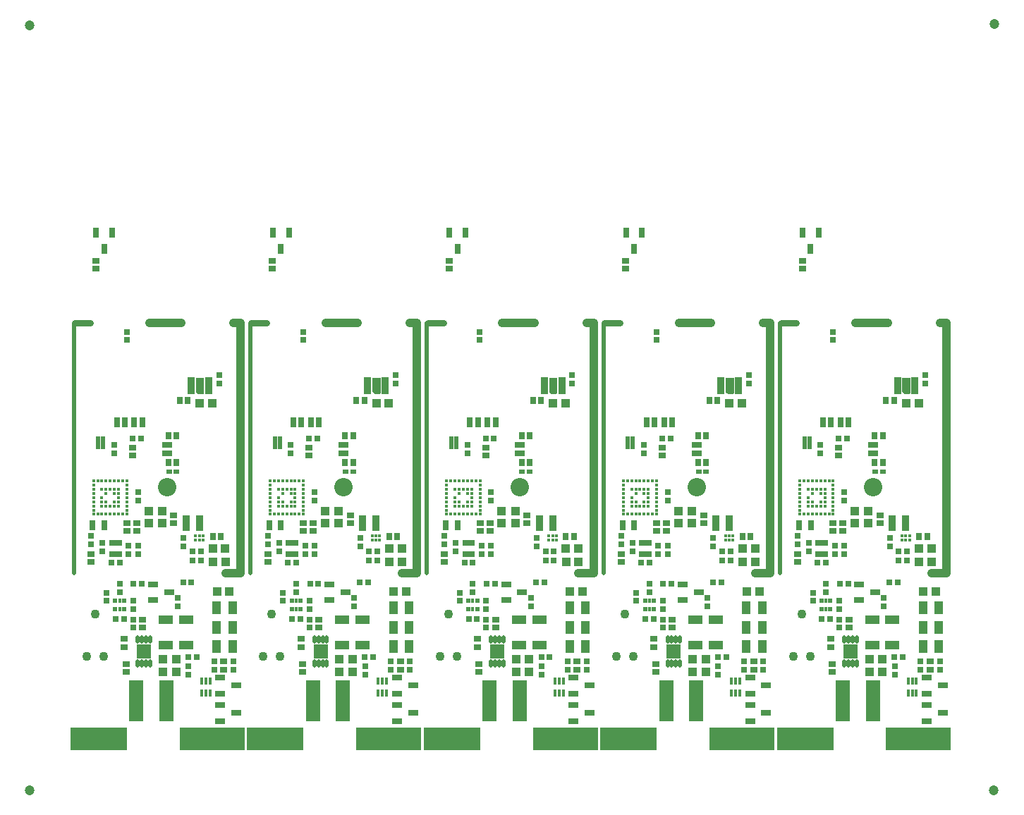
<source format=gbs>
G04*
G04 #@! TF.GenerationSoftware,Altium Limited,Altium Designer,19.1.7 (138)*
G04*
G04 Layer_Color=16711935*
%FSAX25Y25*%
%MOIN*%
G70*
G01*
G75*
%ADD10C,0.03937*%
%ADD11R,0.02362X0.01968*%
%ADD42C,0.01968*%
%ADD43C,0.02953*%
%ADD88R,0.03162X0.02769*%
%ADD89R,0.04540X0.02690*%
%ADD91R,0.03162X0.03320*%
%ADD92R,0.02769X0.03162*%
%ADD95R,0.03320X0.03162*%
%ADD97R,0.03950X0.03950*%
%ADD99R,0.03950X0.03950*%
%ADD101R,0.04737X0.03044*%
%ADD108R,0.01981X0.01981*%
%ADD118C,0.04737*%
%ADD119C,0.04343*%
%ADD121R,0.27072X0.10827*%
%ADD122R,0.31102X0.10827*%
%ADD123R,0.06706X0.07099*%
G04:AMPARAMS|DCode=124|XSize=17.84mil|YSize=41.47mil|CornerRadius=6.46mil|HoleSize=0mil|Usage=FLASHONLY|Rotation=360.000|XOffset=0mil|YOffset=0mil|HoleType=Round|Shape=RoundedRectangle|*
%AMROUNDEDRECTD124*
21,1,0.01784,0.02854,0,0,360.0*
21,1,0.00492,0.04147,0,0,360.0*
1,1,0.01292,0.00246,-0.01427*
1,1,0.01292,-0.00246,-0.01427*
1,1,0.01292,-0.00246,0.01427*
1,1,0.01292,0.00246,0.01427*
%
%ADD124ROUNDEDRECTD124*%
%ADD125R,0.06706X0.19304*%
%ADD126R,0.01772X0.03740*%
%ADD127R,0.07099X0.04343*%
%ADD128R,0.01575X0.01968*%
%ADD129R,0.03162X0.05131*%
%ADD130R,0.01981X0.02572*%
%ADD131R,0.02690X0.04540*%
%ADD132R,0.02769X0.02769*%
%ADD133R,0.03556X0.01981*%
%ADD134R,0.03044X0.04737*%
%ADD135R,0.03162X0.04737*%
%ADD136R,0.02769X0.02178*%
%ADD137C,0.01772*%
%ADD138R,0.03556X0.07493*%
%ADD139C,0.01575*%
%ADD140R,0.04343X0.05918*%
%ADD141C,0.08674*%
G36*
X0536159Y0315637D02*
X0536184Y0315635D01*
X0536211Y0315634D01*
X0536211Y0315633D01*
X0536211Y0315633D01*
X0536235Y0315629D01*
X0536262Y0315623D01*
X0536262Y0315623D01*
X0536262Y0315623D01*
X0536283Y0315616D01*
X0536312Y0315606D01*
X0536312Y0315606D01*
X0536312Y0315606D01*
X0536333Y0315596D01*
X0536359Y0315583D01*
X0536359Y0315583D01*
X0536359Y0315583D01*
X0536383Y0315567D01*
X0536403Y0315554D01*
X0536403Y0315554D01*
X0536403Y0315554D01*
X0536424Y0315535D01*
X0536442Y0315520D01*
X0536442Y0315519D01*
X0536442Y0315519D01*
X0536458Y0315501D01*
X0536477Y0315480D01*
X0536477Y0315480D01*
X0536477Y0315480D01*
X0536490Y0315460D01*
X0536506Y0315437D01*
X0536506Y0315437D01*
X0536506Y0315436D01*
X0536518Y0315411D01*
X0536529Y0315390D01*
X0536529Y0315389D01*
X0536529Y0315389D01*
X0536539Y0315361D01*
X0536546Y0315340D01*
X0536546Y0315340D01*
X0536546Y0315340D01*
X0536551Y0315313D01*
X0536556Y0315289D01*
X0536556Y0315288D01*
X0536556Y0315288D01*
X0536558Y0315262D01*
X0536559Y0315236D01*
X0536564Y0308386D01*
X0536564Y0308386D01*
X0536564Y0308386D01*
X0536563Y0308366D01*
X0536561Y0308334D01*
X0536561Y0308334D01*
Y0308334D01*
X0536556Y0308310D01*
X0536551Y0308283D01*
X0536551Y0308283D01*
X0536551Y0308282D01*
X0536542Y0308256D01*
X0536534Y0308233D01*
X0536534Y0308233D01*
X0536534Y0308233D01*
X0536526Y0308216D01*
X0536511Y0308186D01*
X0536511Y0308186D01*
X0536511Y0308186D01*
X0536500Y0308169D01*
X0536482Y0308142D01*
X0536482Y0308142D01*
X0536482Y0308142D01*
X0536466Y0308125D01*
X0536447Y0308103D01*
X0536447Y0308103D01*
X0536447Y0308103D01*
X0536425Y0308084D01*
X0536408Y0308068D01*
X0536408Y0308068D01*
X0536408Y0308068D01*
X0536381Y0308050D01*
X0536364Y0308039D01*
X0536364Y0308039D01*
X0536364Y0308039D01*
X0536334Y0308024D01*
X0536317Y0308016D01*
X0536317Y0308016D01*
X0536317Y0308016D01*
X0536294Y0308008D01*
X0536268Y0307999D01*
X0536267Y0307999D01*
X0536267Y0307999D01*
X0536241Y0307994D01*
X0536216Y0307989D01*
X0536216D01*
X0536216Y0307989D01*
X0536184Y0307987D01*
X0536164Y0307985D01*
X0536164Y0307985D01*
X0536164Y0307985D01*
X0533679Y0307985D01*
X0533679Y0307985D01*
X0533679Y0307985D01*
X0533650Y0307987D01*
X0533627Y0307988D01*
X0533627Y0307988D01*
X0533626Y0307988D01*
X0533603Y0307993D01*
X0533575Y0307998D01*
X0533575Y0307998D01*
X0533575Y0307998D01*
X0533557Y0308004D01*
X0533526Y0308015D01*
X0533526Y0308015D01*
X0533525Y0308015D01*
X0533502Y0308027D01*
X0533479Y0308038D01*
X0533478Y0308038D01*
X0533478Y0308039D01*
X0533451Y0308057D01*
X0533435Y0308067D01*
X0533435Y0308068D01*
X0533435Y0308068D01*
X0533413Y0308087D01*
X0533396Y0308102D01*
X0533395Y0308102D01*
X0533395Y0308102D01*
X0532805Y0308694D01*
X0532790Y0308711D01*
X0532771Y0308733D01*
X0532770Y0308733D01*
X0532770Y0308733D01*
X0532757Y0308753D01*
X0532741Y0308776D01*
X0532741Y0308777D01*
X0532741Y0308777D01*
X0532730Y0308800D01*
X0532718Y0308823D01*
X0532718Y0308824D01*
X0532718Y0308824D01*
X0532712Y0308842D01*
X0532701Y0308873D01*
X0532701Y0308873D01*
X0532701Y0308874D01*
X0532698Y0308892D01*
X0532691Y0308925D01*
X0532691Y0308925D01*
X0532691Y0308925D01*
X0532690Y0308949D01*
X0532688Y0308977D01*
X0532688Y0315236D01*
Y0315236D01*
Y0315236D01*
X0532691Y0315288D01*
X0532697Y0315319D01*
X0532701Y0315340D01*
X0532701Y0315340D01*
X0532718Y0315390D01*
X0532741Y0315437D01*
X0532770Y0315480D01*
X0532803Y0315517D01*
X0532805Y0315520D01*
X0532805D01*
Y0315520D01*
X0532808Y0315522D01*
X0532844Y0315554D01*
X0532888Y0315583D01*
X0532935Y0315606D01*
X0532985Y0315623D01*
X0532985Y0315623D01*
X0533006Y0315628D01*
X0533036Y0315634D01*
X0533088Y0315637D01*
X0533088D01*
X0536159Y0315637D01*
D02*
G37*
G36*
X0452694D02*
X0452719Y0315635D01*
X0452746Y0315634D01*
X0452746Y0315633D01*
X0452746Y0315633D01*
X0452770Y0315629D01*
X0452798Y0315623D01*
X0452798Y0315623D01*
X0452798Y0315623D01*
X0452819Y0315616D01*
X0452847Y0315606D01*
X0452847Y0315606D01*
X0452847Y0315606D01*
X0452869Y0315596D01*
X0452894Y0315583D01*
X0452894Y0315583D01*
X0452894Y0315583D01*
X0452918Y0315567D01*
X0452938Y0315554D01*
X0452938Y0315554D01*
X0452938Y0315554D01*
X0452959Y0315535D01*
X0452977Y0315520D01*
X0452977Y0315519D01*
X0452978Y0315519D01*
X0452993Y0315501D01*
X0453012Y0315480D01*
X0453012Y0315480D01*
X0453012Y0315480D01*
X0453025Y0315460D01*
X0453041Y0315437D01*
X0453041Y0315437D01*
X0453041Y0315436D01*
X0453054Y0315411D01*
X0453064Y0315390D01*
X0453064Y0315389D01*
X0453064Y0315389D01*
X0453074Y0315361D01*
X0453081Y0315340D01*
X0453081Y0315340D01*
X0453081Y0315340D01*
X0453087Y0315313D01*
X0453091Y0315289D01*
X0453091Y0315288D01*
X0453091Y0315288D01*
X0453093Y0315262D01*
X0453095Y0315236D01*
X0453100Y0308386D01*
X0453100Y0308386D01*
X0453100Y0308386D01*
X0453098Y0308366D01*
X0453096Y0308334D01*
X0453096Y0308334D01*
Y0308334D01*
X0453091Y0308310D01*
X0453086Y0308283D01*
X0453086Y0308283D01*
X0453086Y0308282D01*
X0453077Y0308256D01*
X0453069Y0308233D01*
X0453069Y0308233D01*
X0453069Y0308233D01*
X0453061Y0308216D01*
X0453046Y0308186D01*
X0453046Y0308186D01*
X0453046Y0308186D01*
X0453035Y0308169D01*
X0453017Y0308142D01*
X0453017Y0308142D01*
X0453017Y0308142D01*
X0453002Y0308125D01*
X0452983Y0308103D01*
X0452982Y0308103D01*
X0452982Y0308103D01*
X0452961Y0308084D01*
X0452943Y0308068D01*
X0452943Y0308068D01*
X0452943Y0308068D01*
X0452916Y0308050D01*
X0452900Y0308039D01*
X0452900Y0308039D01*
X0452899Y0308039D01*
X0452870Y0308024D01*
X0452852Y0308016D01*
X0452852Y0308016D01*
X0452852Y0308016D01*
X0452829Y0308008D01*
X0452803Y0307999D01*
X0452803Y0307999D01*
X0452803Y0307999D01*
X0452777Y0307994D01*
X0452751Y0307989D01*
X0452751D01*
X0452751Y0307989D01*
X0452720Y0307987D01*
X0452699Y0307985D01*
X0452699Y0307985D01*
X0452699Y0307985D01*
X0450215Y0307985D01*
X0450214Y0307985D01*
X0450214Y0307985D01*
X0450185Y0307987D01*
X0450162Y0307988D01*
X0450162Y0307988D01*
X0450162Y0307988D01*
X0450138Y0307993D01*
X0450111Y0307998D01*
X0450111Y0307998D01*
X0450110Y0307998D01*
X0450093Y0308004D01*
X0450061Y0308015D01*
X0450061Y0308015D01*
X0450061Y0308015D01*
X0450037Y0308027D01*
X0450014Y0308038D01*
X0450014Y0308038D01*
X0450014Y0308039D01*
X0449987Y0308057D01*
X0449970Y0308067D01*
X0449970Y0308068D01*
X0449970Y0308068D01*
X0449948Y0308087D01*
X0449931Y0308102D01*
X0449931Y0308102D01*
X0449931Y0308102D01*
X0449340Y0308694D01*
X0449325Y0308711D01*
X0449306Y0308733D01*
X0449306Y0308733D01*
X0449306Y0308733D01*
X0449293Y0308753D01*
X0449277Y0308776D01*
X0449277Y0308777D01*
X0449277Y0308777D01*
X0449265Y0308800D01*
X0449254Y0308823D01*
X0449254Y0308824D01*
X0449254Y0308824D01*
X0449248Y0308842D01*
X0449237Y0308873D01*
X0449237Y0308873D01*
X0449237Y0308874D01*
X0449233Y0308892D01*
X0449227Y0308925D01*
X0449227Y0308925D01*
X0449227Y0308925D01*
X0449225Y0308949D01*
X0449223Y0308977D01*
X0449223Y0315236D01*
Y0315236D01*
Y0315236D01*
X0449227Y0315288D01*
X0449233Y0315319D01*
X0449237Y0315340D01*
X0449237Y0315340D01*
X0449254Y0315390D01*
X0449277Y0315437D01*
X0449306Y0315480D01*
X0449338Y0315517D01*
X0449340Y0315520D01*
X0449340D01*
Y0315520D01*
X0449343Y0315522D01*
X0449380Y0315554D01*
X0449424Y0315583D01*
X0449471Y0315606D01*
X0449520Y0315623D01*
X0449520Y0315623D01*
X0449541Y0315628D01*
X0449572Y0315634D01*
X0449624Y0315637D01*
X0449624D01*
X0452694Y0315637D01*
D02*
G37*
G36*
X0369230D02*
X0369255Y0315635D01*
X0369282Y0315634D01*
X0369282Y0315633D01*
X0369282Y0315633D01*
X0369306Y0315629D01*
X0369333Y0315623D01*
X0369333Y0315623D01*
X0369333Y0315623D01*
X0369354Y0315616D01*
X0369383Y0315606D01*
X0369383Y0315606D01*
X0369383Y0315606D01*
X0369404Y0315596D01*
X0369430Y0315583D01*
X0369430Y0315583D01*
X0369430Y0315583D01*
X0369454Y0315567D01*
X0369473Y0315554D01*
X0369473Y0315554D01*
X0369474Y0315554D01*
X0369495Y0315535D01*
X0369513Y0315520D01*
X0369513Y0315519D01*
X0369513Y0315519D01*
X0369529Y0315501D01*
X0369547Y0315480D01*
X0369548Y0315480D01*
X0369548Y0315480D01*
X0369561Y0315460D01*
X0369577Y0315437D01*
X0369577Y0315437D01*
X0369577Y0315436D01*
X0369589Y0315411D01*
X0369600Y0315390D01*
X0369600Y0315389D01*
X0369600Y0315389D01*
X0369609Y0315361D01*
X0369617Y0315340D01*
X0369617Y0315340D01*
X0369617Y0315340D01*
X0369622Y0315313D01*
X0369627Y0315289D01*
X0369627Y0315288D01*
X0369627Y0315288D01*
X0369629Y0315262D01*
X0369630Y0315236D01*
X0369635Y0308386D01*
X0369635Y0308386D01*
X0369635Y0308386D01*
X0369634Y0308366D01*
X0369632Y0308334D01*
X0369632Y0308334D01*
Y0308334D01*
X0369627Y0308310D01*
X0369622Y0308283D01*
X0369621Y0308283D01*
X0369621Y0308282D01*
X0369613Y0308256D01*
X0369605Y0308233D01*
X0369605Y0308233D01*
X0369605Y0308233D01*
X0369597Y0308216D01*
X0369582Y0308186D01*
X0369582Y0308186D01*
X0369582Y0308186D01*
X0369570Y0308169D01*
X0369552Y0308142D01*
X0369552Y0308142D01*
X0369552Y0308142D01*
X0369537Y0308125D01*
X0369518Y0308103D01*
X0369518Y0308103D01*
X0369518Y0308103D01*
X0369496Y0308084D01*
X0369479Y0308068D01*
X0369479Y0308068D01*
X0369478Y0308068D01*
X0369452Y0308050D01*
X0369435Y0308039D01*
X0369435Y0308039D01*
X0369435Y0308039D01*
X0369405Y0308024D01*
X0369388Y0308016D01*
X0369388Y0308016D01*
X0369388Y0308016D01*
X0369365Y0308008D01*
X0369338Y0307999D01*
X0369338Y0307999D01*
X0369338Y0307999D01*
X0369312Y0307994D01*
X0369287Y0307989D01*
X0369287D01*
X0369287Y0307989D01*
X0369255Y0307987D01*
X0369235Y0307985D01*
X0369234Y0307985D01*
X0369234Y0307985D01*
X0366750Y0307985D01*
X0366750Y0307985D01*
X0366750Y0307985D01*
X0366721Y0307987D01*
X0366698Y0307988D01*
X0366698Y0307988D01*
X0366697Y0307988D01*
X0366673Y0307993D01*
X0366646Y0307998D01*
X0366646Y0307998D01*
X0366646Y0307998D01*
X0366628Y0308004D01*
X0366597Y0308015D01*
X0366596Y0308015D01*
X0366596Y0308015D01*
X0366573Y0308027D01*
X0366550Y0308038D01*
X0366549Y0308038D01*
X0366549Y0308039D01*
X0366522Y0308057D01*
X0366506Y0308067D01*
X0366506Y0308068D01*
X0366506Y0308068D01*
X0366483Y0308087D01*
X0366466Y0308102D01*
X0366466Y0308102D01*
X0366466Y0308102D01*
X0365876Y0308694D01*
X0365861Y0308711D01*
X0365842Y0308733D01*
X0365841Y0308733D01*
X0365841Y0308733D01*
X0365828Y0308753D01*
X0365812Y0308776D01*
X0365812Y0308777D01*
X0365812Y0308777D01*
X0365801Y0308800D01*
X0365789Y0308823D01*
X0365789Y0308824D01*
X0365789Y0308824D01*
X0365783Y0308842D01*
X0365772Y0308873D01*
X0365772Y0308873D01*
X0365772Y0308874D01*
X0365769Y0308892D01*
X0365762Y0308925D01*
X0365762Y0308925D01*
X0365762Y0308925D01*
X0365760Y0308949D01*
X0365759Y0308977D01*
X0365758Y0315236D01*
Y0315236D01*
Y0315236D01*
X0365762Y0315288D01*
X0365768Y0315319D01*
X0365772Y0315340D01*
X0365772Y0315340D01*
X0365789Y0315390D01*
X0365812Y0315437D01*
X0365841Y0315480D01*
X0365874Y0315517D01*
X0365876Y0315520D01*
X0365876D01*
Y0315520D01*
X0365879Y0315522D01*
X0365915Y0315554D01*
X0365959Y0315583D01*
X0366006Y0315606D01*
X0366056Y0315623D01*
X0366056Y0315623D01*
X0366076Y0315628D01*
X0366107Y0315634D01*
X0366159Y0315637D01*
X0366159D01*
X0369230Y0315637D01*
D02*
G37*
G36*
X0285765D02*
X0285790Y0315635D01*
X0285817Y0315634D01*
X0285817Y0315633D01*
X0285817Y0315633D01*
X0285841Y0315629D01*
X0285868Y0315623D01*
X0285869Y0315623D01*
X0285869Y0315623D01*
X0285890Y0315616D01*
X0285918Y0315606D01*
X0285918Y0315606D01*
X0285918Y0315606D01*
X0285940Y0315596D01*
X0285965Y0315583D01*
X0285965Y0315583D01*
X0285965Y0315583D01*
X0285989Y0315567D01*
X0286009Y0315554D01*
X0286009Y0315554D01*
X0286009Y0315554D01*
X0286030Y0315535D01*
X0286048Y0315520D01*
X0286048Y0315519D01*
X0286048Y0315519D01*
X0286064Y0315501D01*
X0286083Y0315480D01*
X0286083Y0315480D01*
X0286083Y0315480D01*
X0286096Y0315460D01*
X0286112Y0315437D01*
X0286112Y0315437D01*
X0286112Y0315436D01*
X0286125Y0315411D01*
X0286135Y0315390D01*
X0286135Y0315389D01*
X0286135Y0315389D01*
X0286145Y0315361D01*
X0286152Y0315340D01*
X0286152Y0315340D01*
X0286152Y0315340D01*
X0286157Y0315313D01*
X0286162Y0315289D01*
X0286162Y0315288D01*
X0286162Y0315288D01*
X0286164Y0315262D01*
X0286166Y0315236D01*
X0286171Y0308386D01*
X0286171Y0308386D01*
X0286171Y0308386D01*
X0286169Y0308366D01*
X0286167Y0308334D01*
X0286167Y0308334D01*
Y0308334D01*
X0286162Y0308310D01*
X0286157Y0308283D01*
X0286157Y0308283D01*
X0286157Y0308282D01*
X0286148Y0308256D01*
X0286140Y0308233D01*
X0286140Y0308233D01*
X0286140Y0308233D01*
X0286132Y0308216D01*
X0286117Y0308186D01*
X0286117Y0308186D01*
X0286117Y0308186D01*
X0286106Y0308169D01*
X0286088Y0308142D01*
X0286088Y0308142D01*
X0286088Y0308142D01*
X0286073Y0308125D01*
X0286053Y0308103D01*
X0286053Y0308103D01*
X0286053Y0308103D01*
X0286032Y0308084D01*
X0286014Y0308068D01*
X0286014Y0308068D01*
X0286014Y0308068D01*
X0285987Y0308050D01*
X0285970Y0308039D01*
X0285970Y0308039D01*
X0285970Y0308039D01*
X0285940Y0308024D01*
X0285923Y0308016D01*
X0285923Y0308016D01*
X0285923Y0308016D01*
X0285900Y0308008D01*
X0285874Y0307999D01*
X0285874Y0307999D01*
X0285874Y0307999D01*
X0285847Y0307994D01*
X0285822Y0307989D01*
X0285822D01*
X0285822Y0307989D01*
X0285791Y0307987D01*
X0285770Y0307985D01*
X0285770Y0307985D01*
X0285770Y0307985D01*
X0283285Y0307985D01*
X0283285Y0307985D01*
X0283285Y0307985D01*
X0283256Y0307987D01*
X0283233Y0307988D01*
X0283233Y0307988D01*
X0283233Y0307988D01*
X0283209Y0307993D01*
X0283182Y0307998D01*
X0283181Y0307998D01*
X0283181Y0307998D01*
X0283164Y0308004D01*
X0283132Y0308015D01*
X0283132Y0308015D01*
X0283132Y0308015D01*
X0283108Y0308027D01*
X0283085Y0308038D01*
X0283085Y0308038D01*
X0283085Y0308039D01*
X0283058Y0308057D01*
X0283041Y0308067D01*
X0283041Y0308068D01*
X0283041Y0308068D01*
X0283019Y0308087D01*
X0283002Y0308102D01*
X0283002Y0308102D01*
X0283002Y0308102D01*
X0282411Y0308694D01*
X0282396Y0308711D01*
X0282377Y0308733D01*
X0282377Y0308733D01*
X0282377Y0308733D01*
X0282364Y0308753D01*
X0282348Y0308776D01*
X0282348Y0308777D01*
X0282348Y0308777D01*
X0282336Y0308800D01*
X0282325Y0308823D01*
X0282325Y0308824D01*
X0282324Y0308824D01*
X0282318Y0308842D01*
X0282308Y0308873D01*
X0282308Y0308873D01*
X0282308Y0308874D01*
X0282304Y0308892D01*
X0282297Y0308925D01*
X0282297Y0308925D01*
X0282297Y0308925D01*
X0282296Y0308949D01*
X0282294Y0308977D01*
X0282294Y0315236D01*
Y0315236D01*
Y0315236D01*
X0282297Y0315288D01*
X0282304Y0315319D01*
X0282308Y0315340D01*
X0282308Y0315340D01*
X0282325Y0315390D01*
X0282348Y0315437D01*
X0282377Y0315480D01*
X0282409Y0315517D01*
X0282411Y0315520D01*
X0282411D01*
Y0315520D01*
X0282414Y0315522D01*
X0282451Y0315554D01*
X0282494Y0315583D01*
X0282541Y0315606D01*
X0282591Y0315623D01*
X0282591Y0315623D01*
X0282612Y0315628D01*
X0282643Y0315634D01*
X0282695Y0315637D01*
X0282695D01*
X0285765Y0315637D01*
D02*
G37*
G36*
X0202300D02*
X0202326Y0315635D01*
X0202352Y0315634D01*
X0202353Y0315633D01*
X0202353Y0315633D01*
X0202377Y0315629D01*
X0202404Y0315623D01*
X0202404Y0315623D01*
X0202404Y0315623D01*
X0202425Y0315616D01*
X0202453Y0315606D01*
X0202454Y0315606D01*
X0202454Y0315606D01*
X0202475Y0315596D01*
X0202501Y0315583D01*
X0202501Y0315583D01*
X0202501Y0315583D01*
X0202524Y0315567D01*
X0202544Y0315554D01*
X0202544Y0315554D01*
X0202544Y0315554D01*
X0202566Y0315535D01*
X0202584Y0315520D01*
X0202584Y0315519D01*
X0202584Y0315519D01*
X0202600Y0315501D01*
X0202618Y0315480D01*
X0202618Y0315480D01*
X0202618Y0315480D01*
X0202631Y0315460D01*
X0202647Y0315437D01*
X0202647Y0315437D01*
X0202647Y0315436D01*
X0202660Y0315411D01*
X0202671Y0315390D01*
X0202671Y0315389D01*
X0202671Y0315389D01*
X0202680Y0315361D01*
X0202688Y0315340D01*
X0202688Y0315340D01*
X0202688Y0315340D01*
X0202693Y0315313D01*
X0202698Y0315289D01*
X0202698Y0315288D01*
X0202698Y0315288D01*
X0202699Y0315262D01*
X0202701Y0315236D01*
X0202706Y0308386D01*
X0202706Y0308386D01*
X0202706Y0308386D01*
X0202705Y0308366D01*
X0202703Y0308334D01*
X0202703Y0308334D01*
Y0308334D01*
X0202698Y0308310D01*
X0202692Y0308283D01*
X0202692Y0308283D01*
X0202692Y0308282D01*
X0202683Y0308256D01*
X0202676Y0308233D01*
X0202676Y0308233D01*
X0202676Y0308233D01*
X0202667Y0308216D01*
X0202652Y0308186D01*
X0202652Y0308186D01*
X0202652Y0308186D01*
X0202641Y0308169D01*
X0202623Y0308142D01*
X0202623Y0308142D01*
X0202623Y0308142D01*
X0202608Y0308125D01*
X0202589Y0308103D01*
X0202589Y0308103D01*
X0202589Y0308103D01*
X0202567Y0308084D01*
X0202549Y0308068D01*
X0202549Y0308068D01*
X0202549Y0308068D01*
X0202523Y0308050D01*
X0202506Y0308039D01*
X0202506Y0308039D01*
X0202506Y0308039D01*
X0202476Y0308024D01*
X0202459Y0308016D01*
X0202459Y0308016D01*
X0202459Y0308016D01*
X0202435Y0308008D01*
X0202409Y0307999D01*
X0202409Y0307999D01*
X0202409Y0307999D01*
X0202383Y0307994D01*
X0202358Y0307989D01*
X0202358D01*
X0202358Y0307989D01*
X0202326Y0307987D01*
X0202305Y0307985D01*
X0202305Y0307985D01*
X0202305Y0307985D01*
X0199821Y0307985D01*
X0199821Y0307985D01*
X0199820Y0307985D01*
X0199792Y0307987D01*
X0199769Y0307988D01*
X0199768Y0307988D01*
X0199768Y0307988D01*
X0199744Y0307993D01*
X0199717Y0307998D01*
X0199717Y0307998D01*
X0199717Y0307998D01*
X0199699Y0308004D01*
X0199668Y0308015D01*
X0199667Y0308015D01*
X0199667Y0308015D01*
X0199644Y0308027D01*
X0199620Y0308038D01*
X0199620Y0308038D01*
X0199620Y0308039D01*
X0199593Y0308057D01*
X0199577Y0308067D01*
X0199577Y0308068D01*
X0199576Y0308068D01*
X0199554Y0308087D01*
X0199537Y0308102D01*
X0199537Y0308102D01*
X0199537Y0308102D01*
X0198947Y0308694D01*
X0198932Y0308711D01*
X0198912Y0308733D01*
X0198912Y0308733D01*
X0198912Y0308733D01*
X0198899Y0308753D01*
X0198883Y0308776D01*
X0198883Y0308777D01*
X0198883Y0308777D01*
X0198872Y0308800D01*
X0198860Y0308823D01*
X0198860Y0308824D01*
X0198860Y0308824D01*
X0198854Y0308842D01*
X0198843Y0308873D01*
X0198843Y0308873D01*
X0198843Y0308874D01*
X0198839Y0308892D01*
X0198833Y0308925D01*
X0198833Y0308925D01*
X0198833Y0308925D01*
X0198831Y0308949D01*
X0198829Y0308977D01*
X0198829Y0315236D01*
Y0315236D01*
Y0315236D01*
X0198833Y0315288D01*
X0198839Y0315319D01*
X0198843Y0315340D01*
X0198843Y0315340D01*
X0198860Y0315390D01*
X0198883Y0315437D01*
X0198912Y0315480D01*
X0198944Y0315517D01*
X0198947Y0315520D01*
X0198947D01*
Y0315520D01*
X0198950Y0315522D01*
X0198986Y0315554D01*
X0199030Y0315583D01*
X0199077Y0315606D01*
X0199127Y0315623D01*
X0199127Y0315623D01*
X0199147Y0315628D01*
X0199178Y0315634D01*
X0199230Y0315637D01*
X0199230D01*
X0202300Y0315637D01*
D02*
G37*
D10*
X0212759Y0223307D02*
X0219803D01*
X0216575Y0341378D02*
X0219803D01*
Y0223307D02*
Y0341378D01*
X0176772Y0341417D02*
X0191911Y0341417D01*
X0296223Y0223307D02*
X0303268D01*
X0300039Y0341378D02*
X0303268D01*
Y0223307D02*
Y0341378D01*
X0260236Y0341417D02*
X0275376Y0341417D01*
X0379688Y0223307D02*
X0386732D01*
X0383504Y0341378D02*
X0386732D01*
Y0223307D02*
Y0341378D01*
X0343701Y0341417D02*
X0358840Y0341417D01*
X0463153Y0223307D02*
X0470197D01*
X0466969Y0341378D02*
X0470197D01*
Y0223307D02*
Y0341378D01*
X0427165Y0341417D02*
X0442305Y0341417D01*
X0546617Y0223307D02*
X0553661D01*
X0550433Y0341378D02*
X0553661D01*
Y0223307D02*
Y0341378D01*
X0510630Y0341417D02*
X0525770Y0341417D01*
D11*
X0164842Y0210079D02*
D03*
X0160669D02*
D03*
X0164842Y0206142D02*
D03*
X0160669D02*
D03*
X0248307Y0210079D02*
D03*
X0244134D02*
D03*
X0248307Y0206142D02*
D03*
X0244134D02*
D03*
X0331772Y0210079D02*
D03*
X0327598D02*
D03*
X0331772Y0206142D02*
D03*
X0327598D02*
D03*
X0415236Y0210079D02*
D03*
X0411063D02*
D03*
X0415236Y0206142D02*
D03*
X0411063D02*
D03*
X0498701Y0210079D02*
D03*
X0494528D02*
D03*
X0498701Y0206142D02*
D03*
X0494528D02*
D03*
D42*
X0141063Y0223307D02*
Y0341378D01*
X0224528Y0223307D02*
Y0341378D01*
X0307992Y0223307D02*
Y0341378D01*
X0391457Y0223307D02*
Y0341378D01*
X0474921Y0223307D02*
Y0341378D01*
D43*
X0141575D02*
X0148819D01*
X0225039D02*
X0232284D01*
X0308504D02*
X0315748D01*
X0391968D02*
X0399213D01*
X0475433D02*
X0482677D01*
D88*
X0216535Y0177559D02*
D03*
Y0181496D02*
D03*
X0195276Y0179134D02*
D03*
Y0175197D02*
D03*
X0190158Y0211417D02*
D03*
Y0207480D02*
D03*
X0207480Y0177559D02*
D03*
Y0181496D02*
D03*
X0209742Y0312795D02*
D03*
Y0316732D02*
D03*
X0169095Y0210079D02*
D03*
Y0206142D02*
D03*
Y0201339D02*
D03*
Y0197402D02*
D03*
X0156575Y0213976D02*
D03*
Y0210039D02*
D03*
X0149370Y0240906D02*
D03*
Y0236969D02*
D03*
X0154724Y0237500D02*
D03*
Y0233563D02*
D03*
X0162795Y0214094D02*
D03*
Y0218032D02*
D03*
X0166969Y0232146D02*
D03*
Y0236083D02*
D03*
X0171417Y0232126D02*
D03*
Y0236063D02*
D03*
X0166102Y0333386D02*
D03*
Y0337323D02*
D03*
X0160197Y0283858D02*
D03*
Y0279921D02*
D03*
X0171457Y0257598D02*
D03*
Y0261536D02*
D03*
X0192953Y0235906D02*
D03*
Y0239843D02*
D03*
X0300000Y0177559D02*
D03*
Y0181496D02*
D03*
X0278740Y0179134D02*
D03*
Y0175197D02*
D03*
X0273622Y0211417D02*
D03*
Y0207480D02*
D03*
X0290945Y0177559D02*
D03*
Y0181496D02*
D03*
X0293207Y0312795D02*
D03*
Y0316732D02*
D03*
X0252559Y0210079D02*
D03*
Y0206142D02*
D03*
Y0201339D02*
D03*
Y0197402D02*
D03*
X0240039Y0213976D02*
D03*
Y0210039D02*
D03*
X0232835Y0240906D02*
D03*
Y0236969D02*
D03*
X0238189Y0237500D02*
D03*
Y0233563D02*
D03*
X0246260Y0214094D02*
D03*
Y0218032D02*
D03*
X0250433Y0232146D02*
D03*
Y0236083D02*
D03*
X0254882Y0232126D02*
D03*
Y0236063D02*
D03*
X0249567Y0333386D02*
D03*
Y0337323D02*
D03*
X0243661Y0283858D02*
D03*
Y0279921D02*
D03*
X0254921Y0257598D02*
D03*
Y0261536D02*
D03*
X0276417Y0235906D02*
D03*
Y0239843D02*
D03*
X0383465Y0177559D02*
D03*
Y0181496D02*
D03*
X0362205Y0179134D02*
D03*
Y0175197D02*
D03*
X0357087Y0211417D02*
D03*
Y0207480D02*
D03*
X0374410Y0177559D02*
D03*
Y0181496D02*
D03*
X0376671Y0312795D02*
D03*
Y0316732D02*
D03*
X0336024Y0210079D02*
D03*
Y0206142D02*
D03*
Y0201339D02*
D03*
Y0197402D02*
D03*
X0323504Y0213976D02*
D03*
Y0210039D02*
D03*
X0316299Y0240906D02*
D03*
Y0236969D02*
D03*
X0321654Y0237500D02*
D03*
Y0233563D02*
D03*
X0329724Y0214094D02*
D03*
Y0218032D02*
D03*
X0333898Y0232146D02*
D03*
Y0236083D02*
D03*
X0338346Y0232126D02*
D03*
Y0236063D02*
D03*
X0333032Y0333386D02*
D03*
Y0337323D02*
D03*
X0327126Y0283858D02*
D03*
Y0279921D02*
D03*
X0338386Y0257598D02*
D03*
Y0261536D02*
D03*
X0359882Y0235906D02*
D03*
Y0239843D02*
D03*
X0466929Y0177559D02*
D03*
Y0181496D02*
D03*
X0445669Y0179134D02*
D03*
Y0175197D02*
D03*
X0440551Y0211417D02*
D03*
Y0207480D02*
D03*
X0457874Y0177559D02*
D03*
Y0181496D02*
D03*
X0460136Y0312795D02*
D03*
Y0316732D02*
D03*
X0419488Y0210079D02*
D03*
Y0206142D02*
D03*
Y0201339D02*
D03*
Y0197402D02*
D03*
X0406968Y0213976D02*
D03*
Y0210039D02*
D03*
X0399764Y0240906D02*
D03*
Y0236969D02*
D03*
X0405118Y0237500D02*
D03*
Y0233563D02*
D03*
X0413189Y0214094D02*
D03*
Y0218032D02*
D03*
X0417362Y0232146D02*
D03*
Y0236083D02*
D03*
X0421811Y0232126D02*
D03*
Y0236063D02*
D03*
X0416496Y0333386D02*
D03*
Y0337323D02*
D03*
X0410591Y0283858D02*
D03*
Y0279921D02*
D03*
X0421850Y0257598D02*
D03*
Y0261536D02*
D03*
X0443347Y0235906D02*
D03*
Y0239843D02*
D03*
X0550394Y0177559D02*
D03*
Y0181496D02*
D03*
X0529134Y0179134D02*
D03*
Y0175197D02*
D03*
X0524016Y0211417D02*
D03*
Y0207480D02*
D03*
X0541339Y0177559D02*
D03*
Y0181496D02*
D03*
X0543600Y0312795D02*
D03*
Y0316732D02*
D03*
X0502953Y0210079D02*
D03*
Y0206142D02*
D03*
Y0201339D02*
D03*
Y0197402D02*
D03*
X0490433Y0213976D02*
D03*
Y0210039D02*
D03*
X0483228Y0240906D02*
D03*
Y0236969D02*
D03*
X0488583Y0237500D02*
D03*
Y0233563D02*
D03*
X0496654Y0214094D02*
D03*
Y0218032D02*
D03*
X0500827Y0232146D02*
D03*
Y0236083D02*
D03*
X0505276Y0232126D02*
D03*
Y0236063D02*
D03*
X0499961Y0333386D02*
D03*
Y0337323D02*
D03*
X0494055Y0283858D02*
D03*
Y0279921D02*
D03*
X0505315Y0257598D02*
D03*
Y0261536D02*
D03*
X0526811Y0235906D02*
D03*
Y0239843D02*
D03*
D89*
X0210354Y0153268D02*
D03*
Y0160906D02*
D03*
X0217992Y0157087D02*
D03*
X0210354Y0166260D02*
D03*
Y0173898D02*
D03*
X0217992Y0170079D02*
D03*
X0178465Y0210354D02*
D03*
Y0217992D02*
D03*
X0186102Y0214173D02*
D03*
X0293819Y0153268D02*
D03*
Y0160906D02*
D03*
X0301457Y0157087D02*
D03*
X0293819Y0166260D02*
D03*
Y0173898D02*
D03*
X0301457Y0170079D02*
D03*
X0261929Y0210354D02*
D03*
Y0217992D02*
D03*
X0269567Y0214173D02*
D03*
X0377284Y0153268D02*
D03*
Y0160906D02*
D03*
X0384921Y0157087D02*
D03*
X0377284Y0166260D02*
D03*
Y0173898D02*
D03*
X0384921Y0170079D02*
D03*
X0345394Y0210354D02*
D03*
Y0217992D02*
D03*
X0353032Y0214173D02*
D03*
X0460748Y0153268D02*
D03*
Y0160906D02*
D03*
X0468386Y0157087D02*
D03*
X0460748Y0166260D02*
D03*
Y0173898D02*
D03*
X0468386Y0170079D02*
D03*
X0428858Y0210354D02*
D03*
Y0217992D02*
D03*
X0436496Y0214173D02*
D03*
X0544213Y0153268D02*
D03*
Y0160906D02*
D03*
X0551851Y0157087D02*
D03*
X0544213Y0166260D02*
D03*
Y0173898D02*
D03*
X0551851Y0170079D02*
D03*
X0512323Y0210354D02*
D03*
Y0217992D02*
D03*
X0519961Y0214173D02*
D03*
D91*
X0194978Y0304724D02*
D03*
X0191199D02*
D03*
X0189646Y0288110D02*
D03*
X0185866D02*
D03*
X0189646Y0275551D02*
D03*
X0185866D02*
D03*
X0210551Y0240591D02*
D03*
X0206772D02*
D03*
X0278443Y0304724D02*
D03*
X0274663D02*
D03*
X0273110Y0288110D02*
D03*
X0269331D02*
D03*
X0273110Y0275551D02*
D03*
X0269331D02*
D03*
X0294016Y0240591D02*
D03*
X0290236D02*
D03*
X0361908Y0304724D02*
D03*
X0358128D02*
D03*
X0356575Y0288110D02*
D03*
X0352795D02*
D03*
X0356575Y0275551D02*
D03*
X0352795D02*
D03*
X0377480Y0240591D02*
D03*
X0373701D02*
D03*
X0445372Y0304724D02*
D03*
X0441593D02*
D03*
X0440039Y0288110D02*
D03*
X0436260D02*
D03*
X0440039Y0275551D02*
D03*
X0436260D02*
D03*
X0460945Y0240591D02*
D03*
X0457165D02*
D03*
X0528837Y0304724D02*
D03*
X0525057D02*
D03*
X0523504Y0288110D02*
D03*
X0519724D02*
D03*
X0523504Y0275551D02*
D03*
X0519724D02*
D03*
X0544409Y0240591D02*
D03*
X0540630D02*
D03*
D92*
X0199114Y0183421D02*
D03*
X0195177D02*
D03*
X0196693Y0218977D02*
D03*
X0192756D02*
D03*
X0173228Y0218110D02*
D03*
X0169291D02*
D03*
X0164764Y0201457D02*
D03*
X0160827D02*
D03*
X0162756Y0228268D02*
D03*
X0158819D02*
D03*
X0172795Y0287008D02*
D03*
X0168858D02*
D03*
X0201102Y0233465D02*
D03*
X0197165D02*
D03*
X0201102Y0229134D02*
D03*
X0197165D02*
D03*
X0282579Y0183421D02*
D03*
X0278642D02*
D03*
X0280158Y0218977D02*
D03*
X0276221D02*
D03*
X0256693Y0218110D02*
D03*
X0252756D02*
D03*
X0248228Y0201457D02*
D03*
X0244291D02*
D03*
X0246220Y0228268D02*
D03*
X0242283D02*
D03*
X0256260Y0287008D02*
D03*
X0252323D02*
D03*
X0284567Y0233465D02*
D03*
X0280630D02*
D03*
X0284567Y0229134D02*
D03*
X0280630D02*
D03*
X0366043Y0183421D02*
D03*
X0362106D02*
D03*
X0363622Y0218977D02*
D03*
X0359685D02*
D03*
X0340158Y0218110D02*
D03*
X0336221D02*
D03*
X0331693Y0201457D02*
D03*
X0327756D02*
D03*
X0329685Y0228268D02*
D03*
X0325748D02*
D03*
X0339724Y0287008D02*
D03*
X0335787D02*
D03*
X0368032Y0233465D02*
D03*
X0364094D02*
D03*
X0368032Y0229134D02*
D03*
X0364094D02*
D03*
X0449508Y0183421D02*
D03*
X0445571D02*
D03*
X0447087Y0218977D02*
D03*
X0443150D02*
D03*
X0423622Y0218110D02*
D03*
X0419685D02*
D03*
X0415158Y0201457D02*
D03*
X0411221D02*
D03*
X0413150Y0228268D02*
D03*
X0409213D02*
D03*
X0423189Y0287008D02*
D03*
X0419252D02*
D03*
X0451496Y0233465D02*
D03*
X0447559D02*
D03*
X0451496Y0229134D02*
D03*
X0447559D02*
D03*
X0532972Y0183421D02*
D03*
X0529036D02*
D03*
X0530551Y0218977D02*
D03*
X0526614D02*
D03*
X0507087Y0218110D02*
D03*
X0503150D02*
D03*
X0498622Y0201457D02*
D03*
X0494685D02*
D03*
X0496614Y0228268D02*
D03*
X0492677D02*
D03*
X0506653Y0287008D02*
D03*
X0502716D02*
D03*
X0534961Y0233465D02*
D03*
X0531024D02*
D03*
X0534961Y0229134D02*
D03*
X0531024D02*
D03*
D95*
X0166181Y0243032D02*
D03*
Y0246811D02*
D03*
X0212008Y0177638D02*
D03*
Y0181417D02*
D03*
X0164961Y0192047D02*
D03*
Y0188268D02*
D03*
X0165748Y0176457D02*
D03*
Y0180236D02*
D03*
X0173543Y0197520D02*
D03*
Y0201299D02*
D03*
X0149370Y0228543D02*
D03*
Y0232323D02*
D03*
X0170827Y0243032D02*
D03*
Y0246811D02*
D03*
X0151575Y0370827D02*
D03*
Y0367047D02*
D03*
X0168858Y0278858D02*
D03*
Y0282638D02*
D03*
X0188386Y0250551D02*
D03*
Y0246772D02*
D03*
X0249646Y0243032D02*
D03*
Y0246811D02*
D03*
X0295473Y0177638D02*
D03*
Y0181417D02*
D03*
X0248425Y0192047D02*
D03*
Y0188268D02*
D03*
X0249213Y0176457D02*
D03*
Y0180236D02*
D03*
X0257008Y0197520D02*
D03*
Y0201299D02*
D03*
X0232835Y0228543D02*
D03*
Y0232323D02*
D03*
X0254291Y0243032D02*
D03*
Y0246811D02*
D03*
X0235039Y0370827D02*
D03*
Y0367047D02*
D03*
X0252323Y0278858D02*
D03*
Y0282638D02*
D03*
X0271850Y0250551D02*
D03*
Y0246772D02*
D03*
X0333110Y0243032D02*
D03*
Y0246811D02*
D03*
X0378937Y0177638D02*
D03*
Y0181417D02*
D03*
X0331890Y0192047D02*
D03*
Y0188268D02*
D03*
X0332677Y0176457D02*
D03*
Y0180236D02*
D03*
X0340472Y0197520D02*
D03*
Y0201299D02*
D03*
X0316299Y0228543D02*
D03*
Y0232323D02*
D03*
X0337756Y0243032D02*
D03*
Y0246811D02*
D03*
X0318504Y0370827D02*
D03*
Y0367047D02*
D03*
X0335787Y0278858D02*
D03*
Y0282638D02*
D03*
X0355315Y0250551D02*
D03*
Y0246772D02*
D03*
X0416575Y0243032D02*
D03*
Y0246811D02*
D03*
X0462402Y0177638D02*
D03*
Y0181417D02*
D03*
X0415354Y0192047D02*
D03*
Y0188268D02*
D03*
X0416142Y0176457D02*
D03*
Y0180236D02*
D03*
X0423937Y0197520D02*
D03*
Y0201299D02*
D03*
X0399764Y0228543D02*
D03*
Y0232323D02*
D03*
X0421220Y0243032D02*
D03*
Y0246811D02*
D03*
X0401968Y0370827D02*
D03*
Y0367047D02*
D03*
X0419252Y0278858D02*
D03*
Y0282638D02*
D03*
X0438779Y0250551D02*
D03*
Y0246772D02*
D03*
X0500039Y0243032D02*
D03*
Y0246811D02*
D03*
X0545866Y0177638D02*
D03*
Y0181417D02*
D03*
X0498819Y0192047D02*
D03*
Y0188268D02*
D03*
X0499606Y0176457D02*
D03*
Y0180236D02*
D03*
X0507402Y0197520D02*
D03*
Y0201299D02*
D03*
X0483228Y0228543D02*
D03*
Y0232323D02*
D03*
X0504685Y0243032D02*
D03*
Y0246811D02*
D03*
X0485433Y0370827D02*
D03*
Y0367047D02*
D03*
X0502716Y0278858D02*
D03*
Y0282638D02*
D03*
X0522244Y0250551D02*
D03*
Y0246772D02*
D03*
D97*
X0183230Y0176665D02*
D03*
Y0182570D02*
D03*
X0189450Y0176586D02*
D03*
Y0182492D02*
D03*
X0176417Y0252638D02*
D03*
Y0246732D02*
D03*
X0182835Y0252599D02*
D03*
Y0246693D02*
D03*
X0266694Y0176665D02*
D03*
Y0182570D02*
D03*
X0272915Y0176586D02*
D03*
Y0182492D02*
D03*
X0259882Y0252638D02*
D03*
Y0246732D02*
D03*
X0266299Y0252599D02*
D03*
Y0246693D02*
D03*
X0350159Y0176665D02*
D03*
Y0182570D02*
D03*
X0356380Y0176586D02*
D03*
Y0182492D02*
D03*
X0343346Y0252638D02*
D03*
Y0246732D02*
D03*
X0349764Y0252599D02*
D03*
Y0246693D02*
D03*
X0433624Y0176665D02*
D03*
Y0182570D02*
D03*
X0439844Y0176586D02*
D03*
Y0182492D02*
D03*
X0426811Y0252638D02*
D03*
Y0246732D02*
D03*
X0433228Y0252599D02*
D03*
Y0246693D02*
D03*
X0517088Y0176665D02*
D03*
Y0182570D02*
D03*
X0523309Y0176586D02*
D03*
Y0182492D02*
D03*
X0510276Y0252638D02*
D03*
Y0246732D02*
D03*
X0516693Y0252599D02*
D03*
Y0246693D02*
D03*
D99*
X0200648Y0303543D02*
D03*
X0206553D02*
D03*
X0212677Y0235000D02*
D03*
X0206772D02*
D03*
X0212756Y0228661D02*
D03*
X0206850D02*
D03*
X0214685Y0214370D02*
D03*
X0208780D02*
D03*
X0284112Y0303543D02*
D03*
X0290018D02*
D03*
X0296142Y0235000D02*
D03*
X0290236D02*
D03*
X0296220Y0228661D02*
D03*
X0290315D02*
D03*
X0298150Y0214370D02*
D03*
X0292244D02*
D03*
X0367577Y0303543D02*
D03*
X0373482D02*
D03*
X0379606Y0235000D02*
D03*
X0373701D02*
D03*
X0379685Y0228661D02*
D03*
X0373780D02*
D03*
X0381614Y0214370D02*
D03*
X0375709D02*
D03*
X0451041Y0303543D02*
D03*
X0456947D02*
D03*
X0463071Y0235000D02*
D03*
X0457165D02*
D03*
X0463150Y0228661D02*
D03*
X0457244D02*
D03*
X0465079Y0214370D02*
D03*
X0459173D02*
D03*
X0534506Y0303543D02*
D03*
X0540411D02*
D03*
X0546535Y0235000D02*
D03*
X0540630D02*
D03*
X0546614Y0228661D02*
D03*
X0540709D02*
D03*
X0548543Y0214370D02*
D03*
X0542638D02*
D03*
D101*
X0185079Y0283701D02*
D03*
Y0280000D02*
D03*
X0268543Y0283701D02*
D03*
Y0280000D02*
D03*
X0352008Y0283701D02*
D03*
Y0280000D02*
D03*
X0435472Y0283701D02*
D03*
Y0280000D02*
D03*
X0518937Y0283701D02*
D03*
Y0280000D02*
D03*
D108*
X0152598Y0282677D02*
D03*
Y0284843D02*
D03*
Y0287008D02*
D03*
X0154961D02*
D03*
Y0284843D02*
D03*
Y0282677D02*
D03*
X0236063D02*
D03*
Y0284843D02*
D03*
Y0287008D02*
D03*
X0238425D02*
D03*
Y0284843D02*
D03*
Y0282677D02*
D03*
X0319528D02*
D03*
Y0284843D02*
D03*
Y0287008D02*
D03*
X0321890D02*
D03*
Y0284843D02*
D03*
Y0282677D02*
D03*
X0402992D02*
D03*
Y0284843D02*
D03*
Y0287008D02*
D03*
X0405354D02*
D03*
Y0284843D02*
D03*
Y0282677D02*
D03*
X0486457D02*
D03*
Y0284843D02*
D03*
Y0287008D02*
D03*
X0488819D02*
D03*
Y0284843D02*
D03*
Y0282677D02*
D03*
D118*
X0120276Y0120394D02*
D03*
X0575984D02*
D03*
X0576299Y0482835D02*
D03*
X0120118Y0482323D02*
D03*
D119*
X0147260Y0183740D02*
D03*
X0155260D02*
D03*
X0151260Y0203740D02*
D03*
X0230724Y0183740D02*
D03*
X0238724D02*
D03*
X0234724Y0203740D02*
D03*
X0314189Y0183740D02*
D03*
X0322189D02*
D03*
X0318189Y0203740D02*
D03*
X0397654Y0183740D02*
D03*
X0405654D02*
D03*
X0401654Y0203740D02*
D03*
X0481118Y0183740D02*
D03*
X0489118D02*
D03*
X0485118Y0203740D02*
D03*
D121*
X0152906Y0144783D02*
D03*
X0236370D02*
D03*
X0319835D02*
D03*
X0403300D02*
D03*
X0486764D02*
D03*
D122*
X0206496D02*
D03*
X0289961D02*
D03*
X0373425D02*
D03*
X0456890D02*
D03*
X0540354D02*
D03*
D123*
X0174293Y0186193D02*
D03*
X0257757D02*
D03*
X0341222D02*
D03*
X0424687D02*
D03*
X0508151D02*
D03*
D124*
X0171340Y0180484D02*
D03*
X0173309D02*
D03*
X0175277D02*
D03*
X0177246D02*
D03*
Y0191901D02*
D03*
X0175277D02*
D03*
X0173309D02*
D03*
X0171340D02*
D03*
X0254805Y0180484D02*
D03*
X0256773D02*
D03*
X0258742D02*
D03*
X0260710D02*
D03*
Y0191901D02*
D03*
X0258742D02*
D03*
X0256773D02*
D03*
X0254805D02*
D03*
X0338269Y0180484D02*
D03*
X0340238D02*
D03*
X0342206D02*
D03*
X0344175D02*
D03*
Y0191901D02*
D03*
X0342206D02*
D03*
X0340238D02*
D03*
X0338269D02*
D03*
X0421734Y0180484D02*
D03*
X0423702D02*
D03*
X0425671D02*
D03*
X0427639D02*
D03*
Y0191901D02*
D03*
X0425671D02*
D03*
X0423702D02*
D03*
X0421734D02*
D03*
X0505198Y0180484D02*
D03*
X0507167D02*
D03*
X0509135D02*
D03*
X0511104D02*
D03*
Y0191901D02*
D03*
X0509135D02*
D03*
X0507167D02*
D03*
X0505198D02*
D03*
D125*
X0184883Y0162846D02*
D03*
X0170710D02*
D03*
X0268348D02*
D03*
X0254175D02*
D03*
X0351813D02*
D03*
X0337639D02*
D03*
X0435277D02*
D03*
X0421104D02*
D03*
X0518742D02*
D03*
X0504569D02*
D03*
D126*
X0205512Y0172047D02*
D03*
X0203543D02*
D03*
X0201575D02*
D03*
Y0166535D02*
D03*
X0203543D02*
D03*
X0205512D02*
D03*
X0288977Y0172047D02*
D03*
X0287008D02*
D03*
X0285039D02*
D03*
Y0166535D02*
D03*
X0287008D02*
D03*
X0288977D02*
D03*
X0372441Y0172047D02*
D03*
X0370473D02*
D03*
X0368504D02*
D03*
Y0166535D02*
D03*
X0370473D02*
D03*
X0372441D02*
D03*
X0455906Y0172047D02*
D03*
X0453937D02*
D03*
X0451969D02*
D03*
Y0166535D02*
D03*
X0453937D02*
D03*
X0455906D02*
D03*
X0539370Y0172047D02*
D03*
X0537402D02*
D03*
X0535433D02*
D03*
Y0166535D02*
D03*
X0537402D02*
D03*
X0539370D02*
D03*
D127*
X0194175Y0189106D02*
D03*
Y0201311D02*
D03*
X0184569Y0189067D02*
D03*
Y0201271D02*
D03*
X0277639Y0189106D02*
D03*
Y0201311D02*
D03*
X0268033Y0189067D02*
D03*
Y0201271D02*
D03*
X0361104Y0189106D02*
D03*
Y0201311D02*
D03*
X0351498Y0189067D02*
D03*
Y0201271D02*
D03*
X0444568Y0189106D02*
D03*
Y0201311D02*
D03*
X0434962Y0189067D02*
D03*
Y0201271D02*
D03*
X0528033Y0189106D02*
D03*
Y0201311D02*
D03*
X0518427Y0189067D02*
D03*
Y0201271D02*
D03*
D128*
X0162756Y0210079D02*
D03*
Y0206142D02*
D03*
X0246220Y0210079D02*
D03*
Y0206142D02*
D03*
X0329685Y0210079D02*
D03*
Y0206142D02*
D03*
X0413150Y0210079D02*
D03*
Y0206142D02*
D03*
X0496614Y0210079D02*
D03*
Y0206142D02*
D03*
D129*
X0150039Y0245984D02*
D03*
X0155551D02*
D03*
X0233504D02*
D03*
X0239016D02*
D03*
X0316968D02*
D03*
X0322480D02*
D03*
X0400433D02*
D03*
X0405945D02*
D03*
X0483898D02*
D03*
X0489409D02*
D03*
D130*
X0162795Y0237500D02*
D03*
X0160827D02*
D03*
X0158858D02*
D03*
X0162795Y0232185D02*
D03*
X0160827D02*
D03*
X0158858D02*
D03*
X0246260Y0237500D02*
D03*
X0244291D02*
D03*
X0242323D02*
D03*
X0246260Y0232185D02*
D03*
X0244291D02*
D03*
X0242323D02*
D03*
X0329724Y0237500D02*
D03*
X0327756D02*
D03*
X0325787D02*
D03*
X0329724Y0232185D02*
D03*
X0327756D02*
D03*
X0325787D02*
D03*
X0413189Y0237500D02*
D03*
X0411220D02*
D03*
X0409252D02*
D03*
X0413189Y0232185D02*
D03*
X0411220D02*
D03*
X0409252D02*
D03*
X0496654Y0237500D02*
D03*
X0494685D02*
D03*
X0492717D02*
D03*
X0496654Y0232185D02*
D03*
X0494685D02*
D03*
X0492717D02*
D03*
D131*
X0155512Y0376457D02*
D03*
X0159331Y0384095D02*
D03*
X0151693D02*
D03*
X0238976Y0376457D02*
D03*
X0242795Y0384095D02*
D03*
X0235157D02*
D03*
X0322441Y0376457D02*
D03*
X0326260Y0384095D02*
D03*
X0318622D02*
D03*
X0405905Y0376457D02*
D03*
X0409724Y0384095D02*
D03*
X0402087D02*
D03*
X0489370Y0376457D02*
D03*
X0493189Y0384095D02*
D03*
X0485551D02*
D03*
D132*
X0200726Y0311811D02*
D03*
X0284191D02*
D03*
X0367655D02*
D03*
X0451120D02*
D03*
X0534585D02*
D03*
D133*
X0204860Y0308858D02*
D03*
Y0310827D02*
D03*
Y0312795D02*
D03*
Y0314764D02*
D03*
X0196592D02*
D03*
Y0312795D02*
D03*
Y0310827D02*
D03*
Y0308858D02*
D03*
X0288325D02*
D03*
Y0310827D02*
D03*
Y0312795D02*
D03*
Y0314764D02*
D03*
X0280057D02*
D03*
Y0312795D02*
D03*
Y0310827D02*
D03*
Y0308858D02*
D03*
X0371789D02*
D03*
Y0310827D02*
D03*
Y0312795D02*
D03*
Y0314764D02*
D03*
X0363522D02*
D03*
Y0312795D02*
D03*
Y0310827D02*
D03*
Y0308858D02*
D03*
X0455254D02*
D03*
Y0310827D02*
D03*
Y0312795D02*
D03*
Y0314764D02*
D03*
X0446986D02*
D03*
Y0312795D02*
D03*
Y0310827D02*
D03*
Y0308858D02*
D03*
X0538719D02*
D03*
Y0310827D02*
D03*
Y0312795D02*
D03*
Y0314764D02*
D03*
X0530451D02*
D03*
Y0312795D02*
D03*
Y0310827D02*
D03*
Y0308858D02*
D03*
D134*
X0161457Y0294488D02*
D03*
X0165157D02*
D03*
X0244921D02*
D03*
X0248622D02*
D03*
X0328386D02*
D03*
X0332087D02*
D03*
X0411850D02*
D03*
X0415551D02*
D03*
X0495315D02*
D03*
X0499016D02*
D03*
D135*
X0169724D02*
D03*
X0173504D02*
D03*
X0253189D02*
D03*
X0256968D02*
D03*
X0336653D02*
D03*
X0340433D02*
D03*
X0420118D02*
D03*
X0423898D02*
D03*
X0503583D02*
D03*
X0507362D02*
D03*
D136*
X0186063Y0271102D02*
D03*
X0189606D02*
D03*
X0269528D02*
D03*
X0273071D02*
D03*
X0352992D02*
D03*
X0356535D02*
D03*
X0436457D02*
D03*
X0440000D02*
D03*
X0519921D02*
D03*
X0523465D02*
D03*
D137*
X0166181Y0251024D02*
D03*
Y0252992D02*
D03*
Y0254961D02*
D03*
Y0256929D02*
D03*
Y0258898D02*
D03*
Y0260866D02*
D03*
Y0262835D02*
D03*
Y0264803D02*
D03*
Y0266772D02*
D03*
X0150433Y0251024D02*
D03*
X0152401D02*
D03*
X0154370D02*
D03*
X0156339D02*
D03*
X0158307D02*
D03*
X0160276D02*
D03*
X0162244D02*
D03*
X0164213D02*
D03*
X0150433Y0252992D02*
D03*
Y0254961D02*
D03*
X0154370D02*
D03*
X0156339D02*
D03*
X0158307D02*
D03*
X0160276D02*
D03*
X0162244D02*
D03*
X0150433Y0256929D02*
D03*
X0154370D02*
D03*
X0156339D02*
D03*
X0160276D02*
D03*
X0162244D02*
D03*
X0150433Y0258898D02*
D03*
X0154370D02*
D03*
X0162244D02*
D03*
X0150433Y0260866D02*
D03*
X0156339D02*
D03*
X0160276D02*
D03*
X0162244D02*
D03*
X0150433Y0262835D02*
D03*
X0154370D02*
D03*
X0156339D02*
D03*
X0158307D02*
D03*
X0160276D02*
D03*
X0162244D02*
D03*
X0150433Y0264803D02*
D03*
Y0266772D02*
D03*
X0152401D02*
D03*
X0154370D02*
D03*
X0156339D02*
D03*
X0158307D02*
D03*
X0160276D02*
D03*
X0162244D02*
D03*
X0164213D02*
D03*
X0249646Y0251024D02*
D03*
Y0252992D02*
D03*
Y0254961D02*
D03*
Y0256929D02*
D03*
Y0258898D02*
D03*
Y0260866D02*
D03*
Y0262835D02*
D03*
Y0264803D02*
D03*
Y0266772D02*
D03*
X0233898Y0251024D02*
D03*
X0235866D02*
D03*
X0237835D02*
D03*
X0239803D02*
D03*
X0241772D02*
D03*
X0243740D02*
D03*
X0245709D02*
D03*
X0247677D02*
D03*
X0233898Y0252992D02*
D03*
Y0254961D02*
D03*
X0237835D02*
D03*
X0239803D02*
D03*
X0241772D02*
D03*
X0243740D02*
D03*
X0245709D02*
D03*
X0233898Y0256929D02*
D03*
X0237835D02*
D03*
X0239803D02*
D03*
X0243740D02*
D03*
X0245709D02*
D03*
X0233898Y0258898D02*
D03*
X0237835D02*
D03*
X0245709D02*
D03*
X0233898Y0260866D02*
D03*
X0239803D02*
D03*
X0243740D02*
D03*
X0245709D02*
D03*
X0233898Y0262835D02*
D03*
X0237835D02*
D03*
X0239803D02*
D03*
X0241772D02*
D03*
X0243740D02*
D03*
X0245709D02*
D03*
X0233898Y0264803D02*
D03*
Y0266772D02*
D03*
X0235866D02*
D03*
X0237835D02*
D03*
X0239803D02*
D03*
X0241772D02*
D03*
X0243740D02*
D03*
X0245709D02*
D03*
X0247677D02*
D03*
X0333110Y0251024D02*
D03*
Y0252992D02*
D03*
Y0254961D02*
D03*
Y0256929D02*
D03*
Y0258898D02*
D03*
Y0260866D02*
D03*
Y0262835D02*
D03*
Y0264803D02*
D03*
Y0266772D02*
D03*
X0317362Y0251024D02*
D03*
X0319331D02*
D03*
X0321299D02*
D03*
X0323268D02*
D03*
X0325236D02*
D03*
X0327205D02*
D03*
X0329173D02*
D03*
X0331142D02*
D03*
X0317362Y0252992D02*
D03*
Y0254961D02*
D03*
X0321299D02*
D03*
X0323268D02*
D03*
X0325236D02*
D03*
X0327205D02*
D03*
X0329173D02*
D03*
X0317362Y0256929D02*
D03*
X0321299D02*
D03*
X0323268D02*
D03*
X0327205D02*
D03*
X0329173D02*
D03*
X0317362Y0258898D02*
D03*
X0321299D02*
D03*
X0329173D02*
D03*
X0317362Y0260866D02*
D03*
X0323268D02*
D03*
X0327205D02*
D03*
X0329173D02*
D03*
X0317362Y0262835D02*
D03*
X0321299D02*
D03*
X0323268D02*
D03*
X0325236D02*
D03*
X0327205D02*
D03*
X0329173D02*
D03*
X0317362Y0264803D02*
D03*
Y0266772D02*
D03*
X0319331D02*
D03*
X0321299D02*
D03*
X0323268D02*
D03*
X0325236D02*
D03*
X0327205D02*
D03*
X0329173D02*
D03*
X0331142D02*
D03*
X0416575Y0251024D02*
D03*
Y0252992D02*
D03*
Y0254961D02*
D03*
Y0256929D02*
D03*
Y0258898D02*
D03*
Y0260866D02*
D03*
Y0262835D02*
D03*
Y0264803D02*
D03*
Y0266772D02*
D03*
X0400827Y0251024D02*
D03*
X0402795D02*
D03*
X0404764D02*
D03*
X0406732D02*
D03*
X0408701D02*
D03*
X0410669D02*
D03*
X0412638D02*
D03*
X0414606D02*
D03*
X0400827Y0252992D02*
D03*
Y0254961D02*
D03*
X0404764D02*
D03*
X0406732D02*
D03*
X0408701D02*
D03*
X0410669D02*
D03*
X0412638D02*
D03*
X0400827Y0256929D02*
D03*
X0404764D02*
D03*
X0406732D02*
D03*
X0410669D02*
D03*
X0412638D02*
D03*
X0400827Y0258898D02*
D03*
X0404764D02*
D03*
X0412638D02*
D03*
X0400827Y0260866D02*
D03*
X0406732D02*
D03*
X0410669D02*
D03*
X0412638D02*
D03*
X0400827Y0262835D02*
D03*
X0404764D02*
D03*
X0406732D02*
D03*
X0408701D02*
D03*
X0410669D02*
D03*
X0412638D02*
D03*
X0400827Y0264803D02*
D03*
Y0266772D02*
D03*
X0402795D02*
D03*
X0404764D02*
D03*
X0406732D02*
D03*
X0408701D02*
D03*
X0410669D02*
D03*
X0412638D02*
D03*
X0414606D02*
D03*
X0500039Y0251024D02*
D03*
Y0252992D02*
D03*
Y0254961D02*
D03*
Y0256929D02*
D03*
Y0258898D02*
D03*
Y0260866D02*
D03*
Y0262835D02*
D03*
Y0264803D02*
D03*
Y0266772D02*
D03*
X0484291Y0251024D02*
D03*
X0486260D02*
D03*
X0488228D02*
D03*
X0490197D02*
D03*
X0492165D02*
D03*
X0494134D02*
D03*
X0496102D02*
D03*
X0498071D02*
D03*
X0484291Y0252992D02*
D03*
Y0254961D02*
D03*
X0488228D02*
D03*
X0490197D02*
D03*
X0492165D02*
D03*
X0494134D02*
D03*
X0496102D02*
D03*
X0484291Y0256929D02*
D03*
X0488228D02*
D03*
X0490197D02*
D03*
X0494134D02*
D03*
X0496102D02*
D03*
X0484291Y0258898D02*
D03*
X0488228D02*
D03*
X0496102D02*
D03*
X0484291Y0260866D02*
D03*
X0490197D02*
D03*
X0494134D02*
D03*
X0496102D02*
D03*
X0484291Y0262835D02*
D03*
X0488228D02*
D03*
X0490197D02*
D03*
X0492165D02*
D03*
X0494134D02*
D03*
X0496102D02*
D03*
X0484291Y0264803D02*
D03*
Y0266772D02*
D03*
X0486260D02*
D03*
X0488228D02*
D03*
X0490197D02*
D03*
X0492165D02*
D03*
X0494134D02*
D03*
X0496102D02*
D03*
X0498071D02*
D03*
D138*
X0194173Y0246732D02*
D03*
X0200472D02*
D03*
X0277638D02*
D03*
X0283937D02*
D03*
X0361102D02*
D03*
X0367402D02*
D03*
X0444567D02*
D03*
X0450866D02*
D03*
X0528031D02*
D03*
X0534331D02*
D03*
D139*
X0198701Y0240689D02*
D03*
X0200472D02*
D03*
X0202244D02*
D03*
X0198701Y0238917D02*
D03*
X0200472D02*
D03*
X0202244D02*
D03*
X0282165Y0240689D02*
D03*
X0283937D02*
D03*
X0285709D02*
D03*
X0282165Y0238917D02*
D03*
X0283937D02*
D03*
X0285709D02*
D03*
X0365630Y0240689D02*
D03*
X0367402D02*
D03*
X0369173D02*
D03*
X0365630Y0238917D02*
D03*
X0367402D02*
D03*
X0369173D02*
D03*
X0449094Y0240689D02*
D03*
X0450866D02*
D03*
X0452638D02*
D03*
X0449094Y0238917D02*
D03*
X0450866D02*
D03*
X0452638D02*
D03*
X0532559Y0240689D02*
D03*
X0534331D02*
D03*
X0536102D02*
D03*
X0532559Y0238917D02*
D03*
X0534331D02*
D03*
X0536102D02*
D03*
D140*
X0208622Y0206811D02*
D03*
X0216102D02*
D03*
X0208622Y0197520D02*
D03*
X0216102D02*
D03*
X0208622Y0188465D02*
D03*
X0216102D02*
D03*
X0292087Y0206811D02*
D03*
X0299567D02*
D03*
X0292087Y0197520D02*
D03*
X0299567D02*
D03*
X0292087Y0188465D02*
D03*
X0299567D02*
D03*
X0375551Y0206811D02*
D03*
X0383032D02*
D03*
X0375551Y0197520D02*
D03*
X0383032D02*
D03*
X0375551Y0188465D02*
D03*
X0383032D02*
D03*
X0459016Y0206811D02*
D03*
X0466496D02*
D03*
X0459016Y0197520D02*
D03*
X0466496D02*
D03*
X0459016Y0188465D02*
D03*
X0466496D02*
D03*
X0542480Y0206811D02*
D03*
X0549961D02*
D03*
X0542480Y0197520D02*
D03*
X0549961D02*
D03*
X0542480Y0188465D02*
D03*
X0549961D02*
D03*
D141*
X0185079Y0263819D02*
D03*
X0268543D02*
D03*
X0352008D02*
D03*
X0435472D02*
D03*
X0518937D02*
D03*
M02*

</source>
